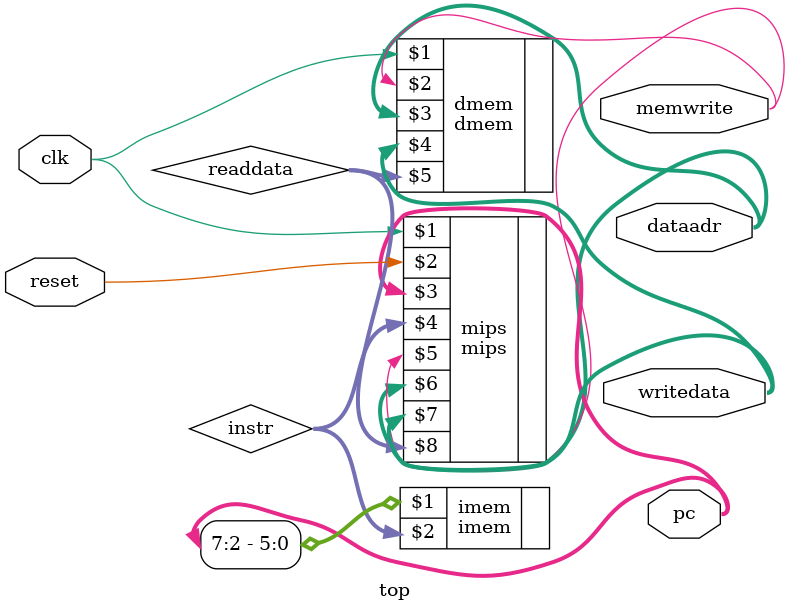
<source format=sv>
module top(input logic clk, reset,
            output logic [31:0] writedata, dataadr, pc,
            output logic memwrite);
  logic [31:0] instr, readdata;
  // instantiate processor and memories
  mips mips(clk, reset, pc, instr, memwrite, dataadr, writedata, readdata);
  imem imem(pc[7:2], instr);
  dmem dmem(clk, memwrite, dataadr, writedata, readdata);
endmodule

</source>
